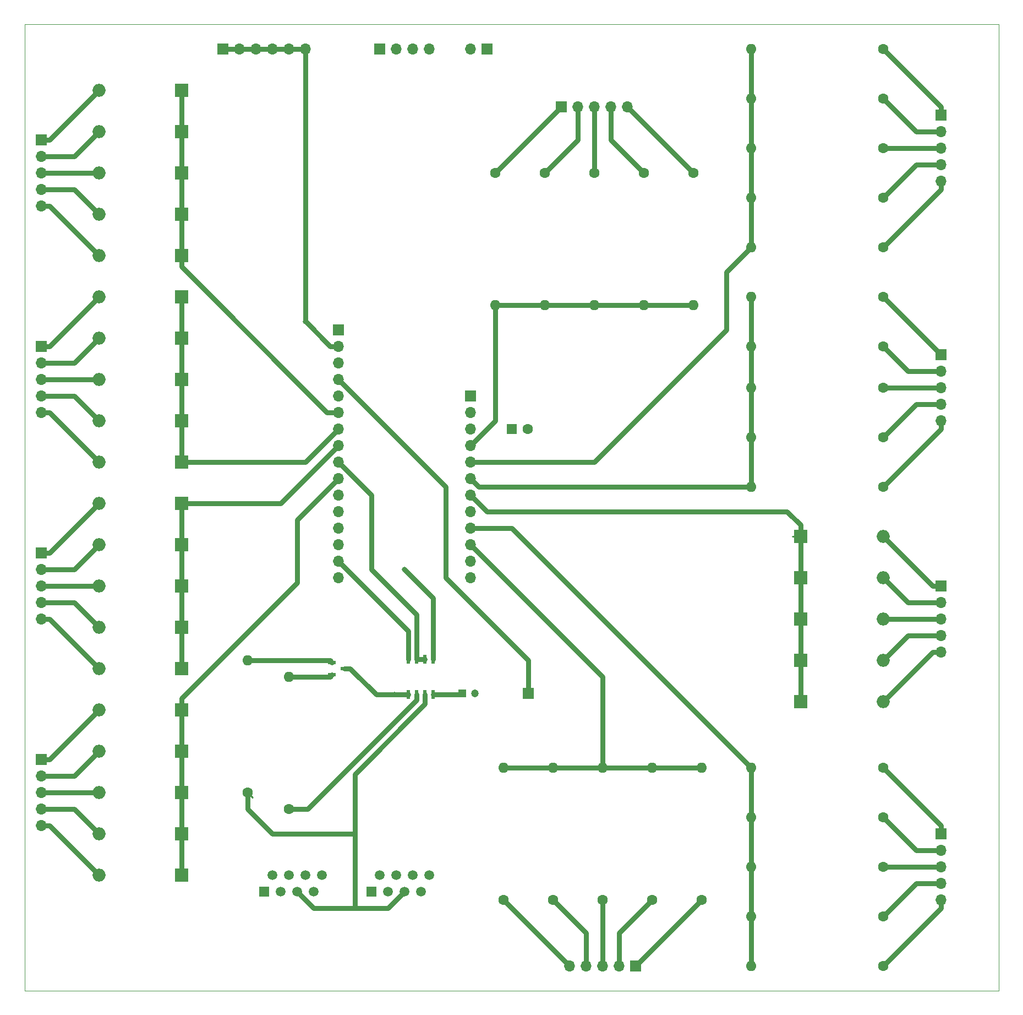
<source format=gbr>
G04 #@! TF.GenerationSoftware,KiCad,Pcbnew,(5.1.5)-3*
G04 #@! TF.CreationDate,2020-02-27T12:53:11-05:00*
G04 #@! TF.ProjectId,input board,696e7075-7420-4626-9f61-72642e6b6963,rev?*
G04 #@! TF.SameCoordinates,Original*
G04 #@! TF.FileFunction,Copper,L1,Top*
G04 #@! TF.FilePolarity,Positive*
%FSLAX46Y46*%
G04 Gerber Fmt 4.6, Leading zero omitted, Abs format (unit mm)*
G04 Created by KiCad (PCBNEW (5.1.5)-3) date 2020-02-27 12:53:11*
%MOMM*%
%LPD*%
G04 APERTURE LIST*
%ADD10C,0.050000*%
%ADD11O,1.700000X1.700000*%
%ADD12R,1.700000X1.700000*%
%ADD13R,1.600000X1.600000*%
%ADD14C,1.600000*%
%ADD15R,1.200000X1.200000*%
%ADD16C,1.200000*%
%ADD17O,2.000000X2.000000*%
%ADD18R,2.000000X2.000000*%
%ADD19R,1.295400X0.558800*%
%ADD20O,1.600000X1.600000*%
%ADD21C,1.500000*%
%ADD22R,1.500000X1.500000*%
%ADD23R,0.568000X1.454899*%
%ADD24C,0.800000*%
%ADD25C,0.750000*%
%ADD26C,0.250000*%
G04 APERTURE END LIST*
D10*
X57150000Y-17780000D02*
X207010000Y-17780000D01*
X57150000Y-166370000D02*
X57150000Y-17780000D01*
X207010000Y-166370000D02*
X57150000Y-166370000D01*
X207010000Y-17780000D02*
X207010000Y-166370000D01*
D11*
X125730000Y-21590000D03*
D12*
X128270000Y-21590000D03*
D11*
X100330000Y-21590000D03*
X97790000Y-21590000D03*
X95250000Y-21590000D03*
X92710000Y-21590000D03*
X90170000Y-21590000D03*
D12*
X87630000Y-21590000D03*
D13*
X132080000Y-80010000D03*
D14*
X134580000Y-80010000D03*
D15*
X124460000Y-120650000D03*
D16*
X126460000Y-120650000D03*
D17*
X68580000Y-27940000D03*
D18*
X81280000Y-27940000D03*
X81280000Y-59690000D03*
D17*
X68580000Y-59690000D03*
X68580000Y-91440000D03*
D18*
X81280000Y-91440000D03*
D17*
X68580000Y-123190000D03*
D18*
X81280000Y-123190000D03*
D17*
X189230000Y-96520000D03*
D18*
X176530000Y-96520000D03*
X81280000Y-34290000D03*
D17*
X68580000Y-34290000D03*
D18*
X81280000Y-66040000D03*
D17*
X68580000Y-66040000D03*
D18*
X81280000Y-97790000D03*
D17*
X68580000Y-97790000D03*
D18*
X81280000Y-129540000D03*
D17*
X68580000Y-129540000D03*
X189230000Y-102870000D03*
D18*
X176530000Y-102870000D03*
X81280000Y-40640000D03*
D17*
X68580000Y-40640000D03*
D18*
X81280000Y-72390000D03*
D17*
X68580000Y-72390000D03*
D18*
X81280000Y-104140000D03*
D17*
X68580000Y-104140000D03*
D18*
X81280000Y-135890000D03*
D17*
X68580000Y-135890000D03*
D18*
X176530000Y-109220000D03*
D17*
X189230000Y-109220000D03*
X68580000Y-46990000D03*
D18*
X81280000Y-46990000D03*
D17*
X68580000Y-78740000D03*
D18*
X81280000Y-78740000D03*
D17*
X68580000Y-110490000D03*
D18*
X81280000Y-110490000D03*
D17*
X68580000Y-142240000D03*
D18*
X81280000Y-142240000D03*
D17*
X189230000Y-115570000D03*
D18*
X176530000Y-115570000D03*
X81280000Y-53340000D03*
D17*
X68580000Y-53340000D03*
X68580000Y-85090000D03*
D18*
X81280000Y-85090000D03*
X81280000Y-116840000D03*
D17*
X68580000Y-116840000D03*
X68580000Y-148590000D03*
D18*
X81280000Y-148590000D03*
X176530000Y-121920000D03*
D17*
X189230000Y-121920000D03*
D12*
X134620000Y-120650000D03*
D11*
X59690000Y-45720000D03*
X59690000Y-43180000D03*
X59690000Y-40640000D03*
X59690000Y-38100000D03*
D12*
X59690000Y-35560000D03*
X59690000Y-67310000D03*
D11*
X59690000Y-69850000D03*
X59690000Y-72390000D03*
X59690000Y-74930000D03*
X59690000Y-77470000D03*
X59690000Y-109220000D03*
X59690000Y-106680000D03*
X59690000Y-104140000D03*
X59690000Y-101600000D03*
D12*
X59690000Y-99060000D03*
X59690000Y-130810000D03*
D11*
X59690000Y-133350000D03*
X59690000Y-135890000D03*
X59690000Y-138430000D03*
X59690000Y-140970000D03*
D12*
X198120000Y-104140000D03*
D11*
X198120000Y-106680000D03*
X198120000Y-109220000D03*
X198120000Y-111760000D03*
X198120000Y-114300000D03*
X198120000Y-78740000D03*
X198120000Y-76200000D03*
X198120000Y-73660000D03*
X198120000Y-71120000D03*
D12*
X198120000Y-68580000D03*
X198120000Y-31750000D03*
D11*
X198120000Y-34290000D03*
X198120000Y-36830000D03*
X198120000Y-39370000D03*
X198120000Y-41910000D03*
X149860000Y-30480000D03*
X147320000Y-30480000D03*
X144780000Y-30480000D03*
X142240000Y-30480000D03*
D12*
X139700000Y-30480000D03*
X151130000Y-162560000D03*
D11*
X148590000Y-162560000D03*
X146050000Y-162560000D03*
X143510000Y-162560000D03*
X140970000Y-162560000D03*
X198120000Y-152400000D03*
X198120000Y-149860000D03*
X198120000Y-147320000D03*
X198120000Y-144780000D03*
D12*
X198120000Y-142240000D03*
X111760000Y-21590000D03*
D11*
X114300000Y-21590000D03*
X116840000Y-21590000D03*
X119380000Y-21590000D03*
D12*
X105410000Y-64770000D03*
D11*
X105410000Y-67310000D03*
X105410000Y-69850000D03*
X105410000Y-72390000D03*
X105410000Y-74930000D03*
X105410000Y-77470000D03*
X105410000Y-80010000D03*
X105410000Y-82550000D03*
X105410000Y-85090000D03*
X105410000Y-87630000D03*
X105410000Y-90170000D03*
X105410000Y-92710000D03*
X105410000Y-95250000D03*
X105410000Y-97790000D03*
X105410000Y-100330000D03*
X105410000Y-102870000D03*
D12*
X125730000Y-74930000D03*
D11*
X125730000Y-77470000D03*
X125730000Y-80010000D03*
X125730000Y-82550000D03*
X125730000Y-85090000D03*
X125730000Y-87630000D03*
X125730000Y-90170000D03*
X125730000Y-92710000D03*
X125730000Y-95250000D03*
X125730000Y-97790000D03*
X125730000Y-100330000D03*
X125730000Y-102870000D03*
D19*
X104457500Y-115889999D03*
X104457500Y-117790001D03*
X106362500Y-116840000D03*
D14*
X189230000Y-59690000D03*
D20*
X168910000Y-59690000D03*
X168910000Y-67310000D03*
D14*
X189230000Y-67310000D03*
X189230000Y-73660000D03*
D20*
X168910000Y-73660000D03*
X168910000Y-81280000D03*
D14*
X189230000Y-81280000D03*
X189230000Y-88900000D03*
D20*
X168910000Y-88900000D03*
X168910000Y-21590000D03*
D14*
X189230000Y-21590000D03*
X189230000Y-29210000D03*
D20*
X168910000Y-29210000D03*
X168910000Y-36830000D03*
D14*
X189230000Y-36830000D03*
X189230000Y-44450000D03*
D20*
X168910000Y-44450000D03*
X168910000Y-52070000D03*
D14*
X189230000Y-52070000D03*
X129540000Y-40640000D03*
D20*
X129540000Y-60960000D03*
X137160000Y-60960000D03*
D14*
X137160000Y-40640000D03*
X144780000Y-40640000D03*
D20*
X144780000Y-60960000D03*
X152400000Y-60960000D03*
D14*
X152400000Y-40640000D03*
X160020000Y-40640000D03*
D20*
X160020000Y-60960000D03*
X161290000Y-132080000D03*
D14*
X161290000Y-152400000D03*
X153670000Y-152400000D03*
D20*
X153670000Y-132080000D03*
X146050000Y-132080000D03*
D14*
X146050000Y-152400000D03*
X138430000Y-152400000D03*
D20*
X138430000Y-132080000D03*
X130810000Y-132080000D03*
D14*
X130810000Y-152400000D03*
D20*
X168910000Y-132080000D03*
D14*
X189230000Y-132080000D03*
X189230000Y-139700000D03*
D20*
X168910000Y-139700000D03*
X168910000Y-147320000D03*
D14*
X189230000Y-147320000D03*
X189230000Y-154940000D03*
D20*
X168910000Y-154940000D03*
D14*
X189230000Y-162560000D03*
D20*
X168910000Y-162560000D03*
D14*
X97790000Y-138430000D03*
D20*
X97790000Y-118110000D03*
X91440000Y-115570000D03*
D14*
X91440000Y-135890000D03*
D21*
X102870000Y-148590000D03*
X101600000Y-151130000D03*
X100330000Y-148590000D03*
X99060000Y-151130000D03*
X97790000Y-148590000D03*
X96520000Y-151130000D03*
X95250000Y-148590000D03*
D22*
X93980000Y-151130000D03*
X110490000Y-151130000D03*
D21*
X111760000Y-148590000D03*
X113030000Y-151130000D03*
X114300000Y-148590000D03*
X115570000Y-151130000D03*
X116840000Y-148590000D03*
X118110000Y-151130000D03*
X119380000Y-148590000D03*
D23*
X120015000Y-115388652D03*
X118745000Y-115388652D03*
X117475000Y-115388652D03*
X116205000Y-115388652D03*
X116205000Y-120831348D03*
X117475000Y-120831348D03*
X118745000Y-120831348D03*
X120015000Y-120831348D03*
D24*
X114118652Y-120831348D03*
X100330000Y-63500000D03*
X115570000Y-101600000D03*
D25*
X111251548Y-120831348D02*
X114118652Y-120831348D01*
X106362500Y-116840000D02*
X107260200Y-116840000D01*
X107260200Y-116840000D02*
X111251548Y-120831348D01*
X105410000Y-72390000D02*
X121920000Y-88900000D01*
X121920000Y-88900000D02*
X121920000Y-102870000D01*
X134620000Y-115570000D02*
X134620000Y-120650000D01*
X121920000Y-102870000D02*
X134620000Y-115570000D01*
X114118652Y-120831348D02*
X116205000Y-120831348D01*
D26*
X124278652Y-120831348D02*
X124460000Y-120650000D01*
D25*
X120015000Y-120831348D02*
X124278652Y-120831348D01*
X100330000Y-21590000D02*
X97790000Y-21590000D01*
X87630000Y-21590000D02*
X90170000Y-21590000D01*
X92710000Y-21590000D02*
X95250000Y-21590000D01*
X97790000Y-21590000D02*
X95250000Y-21590000D01*
X92710000Y-21590000D02*
X90170000Y-21590000D01*
X100330000Y-63432081D02*
X104207919Y-67310000D01*
X104207919Y-67310000D02*
X105410000Y-67310000D01*
X100330000Y-21590000D02*
X100330000Y-63432081D01*
X189230000Y-59690000D02*
X198120000Y-68580000D01*
X60960000Y-35560000D02*
X68580000Y-27940000D01*
X59690000Y-35560000D02*
X60960000Y-35560000D01*
X81280000Y-27940000D02*
X81280000Y-34290000D01*
X81280000Y-34290000D02*
X81280000Y-40640000D01*
X81280000Y-40640000D02*
X81280000Y-46990000D01*
X81280000Y-46990000D02*
X81280000Y-53340000D01*
D26*
X81280000Y-53340000D02*
X81280000Y-54590000D01*
D25*
X104207919Y-77470000D02*
X105410000Y-77470000D01*
X103660000Y-77470000D02*
X104207919Y-77470000D01*
X81280000Y-55090000D02*
X103660000Y-77470000D01*
X81280000Y-53340000D02*
X81280000Y-55090000D01*
X81280000Y-59690000D02*
X81280000Y-66040000D01*
X81280000Y-66040000D02*
X81280000Y-72390000D01*
X81280000Y-72390000D02*
X81280000Y-78740000D01*
X81280000Y-78740000D02*
X81280000Y-85090000D01*
X100330000Y-85090000D02*
X105410000Y-80010000D01*
X81280000Y-85090000D02*
X100330000Y-85090000D01*
X193040000Y-71120000D02*
X189230000Y-67310000D01*
X198120000Y-71120000D02*
X193040000Y-71120000D01*
X60960000Y-67310000D02*
X68580000Y-59690000D01*
X59690000Y-67310000D02*
X60960000Y-67310000D01*
X198120000Y-73660000D02*
X189230000Y-73660000D01*
X60960000Y-99060000D02*
X68580000Y-91440000D01*
X59690000Y-99060000D02*
X60960000Y-99060000D01*
X81280000Y-91440000D02*
X81280000Y-97790000D01*
X81280000Y-97790000D02*
X81280000Y-104140000D01*
X96520000Y-91440000D02*
X105410000Y-82550000D01*
X81280000Y-91440000D02*
X96520000Y-91440000D01*
X81280000Y-110490000D02*
X81280000Y-116840000D01*
X81280000Y-110490000D02*
X81280000Y-104140000D01*
X194310000Y-76200000D02*
X189230000Y-81280000D01*
X198120000Y-76200000D02*
X194310000Y-76200000D01*
X60960000Y-130810000D02*
X68580000Y-123190000D01*
X59690000Y-130810000D02*
X60960000Y-130810000D01*
X118745000Y-115388652D02*
X117475000Y-115388652D01*
X117475000Y-115388652D02*
X117475000Y-108585000D01*
X117475000Y-108585000D02*
X110490000Y-101600000D01*
X110490000Y-90170000D02*
X105410000Y-85090000D01*
X110490000Y-101600000D02*
X110490000Y-90170000D01*
X196850000Y-104140000D02*
X189230000Y-96520000D01*
X198120000Y-104140000D02*
X196850000Y-104140000D01*
X198120000Y-80010000D02*
X189230000Y-88900000D01*
X198120000Y-78740000D02*
X198120000Y-80010000D01*
X176530000Y-96520000D02*
X176530000Y-102870000D01*
X176530000Y-102870000D02*
X176530000Y-109220000D01*
X176530000Y-109220000D02*
X176530000Y-115570000D01*
X176530000Y-115570000D02*
X176530000Y-121920000D01*
D26*
X176530000Y-96520000D02*
X175280000Y-96520000D01*
D25*
X176530000Y-94770000D02*
X174470000Y-92710000D01*
X176530000Y-96520000D02*
X176530000Y-94770000D01*
X128270000Y-92710000D02*
X125730000Y-90170000D01*
X174470000Y-92710000D02*
X128270000Y-92710000D01*
X198120000Y-30480000D02*
X189230000Y-21590000D01*
X198120000Y-31750000D02*
X198120000Y-30480000D01*
X64770000Y-38100000D02*
X68580000Y-34290000D01*
X59690000Y-38100000D02*
X64770000Y-38100000D01*
X194310000Y-34290000D02*
X189230000Y-29210000D01*
X198120000Y-34290000D02*
X194310000Y-34290000D01*
X64770000Y-69850000D02*
X68580000Y-66040000D01*
X59690000Y-69850000D02*
X64770000Y-69850000D01*
X198120000Y-36830000D02*
X189230000Y-36830000D01*
X64770000Y-101600000D02*
X68580000Y-97790000D01*
X59690000Y-101600000D02*
X64770000Y-101600000D01*
X194310000Y-39370000D02*
X189230000Y-44450000D01*
X198120000Y-39370000D02*
X194310000Y-39370000D01*
X64770000Y-133350000D02*
X68580000Y-129540000D01*
X59690000Y-133350000D02*
X64770000Y-133350000D01*
X193040000Y-106680000D02*
X189230000Y-102870000D01*
X198120000Y-106680000D02*
X193040000Y-106680000D01*
X198120000Y-43180000D02*
X189230000Y-52070000D01*
X198120000Y-41910000D02*
X198120000Y-43180000D01*
X129540000Y-40640000D02*
X139700000Y-30480000D01*
X59690000Y-40640000D02*
X68580000Y-40640000D01*
X142240000Y-35560000D02*
X137160000Y-40640000D01*
X142240000Y-30480000D02*
X142240000Y-35560000D01*
X59690000Y-72390000D02*
X68580000Y-72390000D01*
X144780000Y-30480000D02*
X144780000Y-40640000D01*
X59690000Y-104140000D02*
X68580000Y-104140000D01*
X147320000Y-35560000D02*
X152400000Y-40640000D01*
X147320000Y-30480000D02*
X147320000Y-35560000D01*
X59690000Y-135890000D02*
X68580000Y-135890000D01*
X198120000Y-109220000D02*
X189230000Y-109220000D01*
X149860000Y-30480000D02*
X160020000Y-40640000D01*
X151130000Y-162560000D02*
X161290000Y-152400000D01*
X64770000Y-43180000D02*
X68580000Y-46990000D01*
X59690000Y-43180000D02*
X64770000Y-43180000D01*
X148590000Y-157480000D02*
X153670000Y-152400000D01*
X148590000Y-162560000D02*
X148590000Y-157480000D01*
X64770000Y-74930000D02*
X68580000Y-78740000D01*
X59690000Y-74930000D02*
X64770000Y-74930000D01*
X146050000Y-162560000D02*
X146050000Y-152400000D01*
X64770000Y-106680000D02*
X68580000Y-110490000D01*
X59690000Y-106680000D02*
X64770000Y-106680000D01*
X143510000Y-157480000D02*
X138430000Y-152400000D01*
X143510000Y-162560000D02*
X143510000Y-157480000D01*
X64770000Y-138430000D02*
X68580000Y-142240000D01*
X59690000Y-138430000D02*
X64770000Y-138430000D01*
X193040000Y-111760000D02*
X189230000Y-115570000D01*
X198120000Y-111760000D02*
X193040000Y-111760000D01*
X140970000Y-162560000D02*
X130810000Y-152400000D01*
X198120000Y-140970000D02*
X189230000Y-132080000D01*
X198120000Y-142240000D02*
X198120000Y-140970000D01*
X60960000Y-45720000D02*
X68580000Y-53340000D01*
X59690000Y-45720000D02*
X60960000Y-45720000D01*
X194310000Y-144780000D02*
X189230000Y-139700000D01*
X198120000Y-144780000D02*
X194310000Y-144780000D01*
X60960000Y-77470000D02*
X68580000Y-85090000D01*
X59690000Y-77470000D02*
X60960000Y-77470000D01*
X198120000Y-147320000D02*
X189230000Y-147320000D01*
X60960000Y-109220000D02*
X68580000Y-116840000D01*
X59690000Y-109220000D02*
X60960000Y-109220000D01*
X194310000Y-149860000D02*
X189230000Y-154940000D01*
X198120000Y-149860000D02*
X194310000Y-149860000D01*
X60960000Y-140970000D02*
X68580000Y-148590000D01*
X59690000Y-140970000D02*
X60960000Y-140970000D01*
X196850000Y-114300000D02*
X189230000Y-121920000D01*
X198120000Y-114300000D02*
X196850000Y-114300000D01*
X198120000Y-153670000D02*
X189230000Y-162560000D01*
X198120000Y-152400000D02*
X198120000Y-153670000D01*
X81280000Y-123190000D02*
X81280000Y-129540000D01*
X81280000Y-129540000D02*
X81280000Y-135890000D01*
X81280000Y-135890000D02*
X81280000Y-142240000D01*
X81280000Y-142240000D02*
X81280000Y-148590000D01*
X81280000Y-121440000D02*
X99060000Y-103660000D01*
X81280000Y-123190000D02*
X81280000Y-121440000D01*
X99060000Y-93980000D02*
X105410000Y-87630000D01*
X99060000Y-103660000D02*
X99060000Y-93980000D01*
X120015000Y-115388652D02*
X120015000Y-106045000D01*
X120015000Y-106045000D02*
X115570000Y-101600000D01*
X115570000Y-101600000D02*
X115570000Y-101600000D01*
X116205000Y-111125000D02*
X105410000Y-100330000D01*
X116205000Y-115388652D02*
X116205000Y-111125000D01*
X160020000Y-60960000D02*
X152400000Y-60960000D01*
X152400000Y-60960000D02*
X144780000Y-60960000D01*
X144780000Y-60960000D02*
X137160000Y-60960000D01*
X137160000Y-60960000D02*
X129540000Y-60960000D01*
X129540000Y-78740000D02*
X125730000Y-82550000D01*
X129540000Y-60960000D02*
X129540000Y-78740000D01*
X168910000Y-21590000D02*
X168910000Y-29210000D01*
X168910000Y-29210000D02*
X168910000Y-36830000D01*
X168910000Y-36830000D02*
X168910000Y-44450000D01*
X168910000Y-44450000D02*
X168910000Y-52070000D01*
X168910000Y-52070000D02*
X165100000Y-55880000D01*
X165100000Y-55880000D02*
X165100000Y-64770000D01*
X165100000Y-64770000D02*
X144780000Y-85090000D01*
X144780000Y-85090000D02*
X125730000Y-85090000D01*
X168910000Y-59690000D02*
X168910000Y-67310000D01*
X168910000Y-67310000D02*
X168910000Y-73660000D01*
X168910000Y-73660000D02*
X168910000Y-81280000D01*
X168910000Y-81280000D02*
X168910000Y-88900000D01*
X127000000Y-88900000D02*
X125730000Y-87630000D01*
X168910000Y-88900000D02*
X127000000Y-88900000D01*
X168910000Y-162560000D02*
X168910000Y-154940000D01*
X168910000Y-154940000D02*
X168910000Y-147320000D01*
X168910000Y-147320000D02*
X168910000Y-139700000D01*
X168910000Y-139700000D02*
X168910000Y-132080000D01*
X132080000Y-95250000D02*
X125730000Y-95250000D01*
X168910000Y-132080000D02*
X132080000Y-95250000D01*
X161290000Y-132080000D02*
X153670000Y-132080000D01*
X146050000Y-132080000D02*
X153670000Y-132080000D01*
X146050000Y-132080000D02*
X138430000Y-132080000D01*
X138430000Y-132080000D02*
X130810000Y-132080000D01*
X146050000Y-118110000D02*
X125730000Y-97790000D01*
X146050000Y-132080000D02*
X146050000Y-118110000D01*
X104137501Y-115570000D02*
X104457500Y-115889999D01*
X91440000Y-115570000D02*
X104137501Y-115570000D01*
X104137501Y-118110000D02*
X104457500Y-117790001D01*
X97790000Y-118110000D02*
X104137501Y-118110000D01*
X98921370Y-138430000D02*
X97790000Y-138430000D01*
X100742800Y-138430000D02*
X98921370Y-138430000D01*
X117475000Y-121697800D02*
X100742800Y-138430000D01*
X117475000Y-120831348D02*
X117475000Y-121697800D01*
D26*
X92239999Y-136689999D02*
X91440000Y-135890000D01*
D25*
X101600000Y-153670000D02*
X99060000Y-151130000D01*
X115570000Y-151130000D02*
X113030000Y-153670000D01*
X118745000Y-122308797D02*
X118745000Y-120831348D01*
X107950000Y-133103797D02*
X118745000Y-122308797D01*
X107950000Y-153670000D02*
X101600000Y-153670000D01*
X113030000Y-153670000D02*
X107950000Y-153670000D01*
X107950000Y-142240000D02*
X107950000Y-133103797D01*
X107950000Y-153670000D02*
X107950000Y-142240000D01*
X91440000Y-135890000D02*
X91440000Y-138430000D01*
X95250000Y-142240000D02*
X107950000Y-142240000D01*
X91440000Y-138430000D02*
X95250000Y-142240000D01*
M02*

</source>
